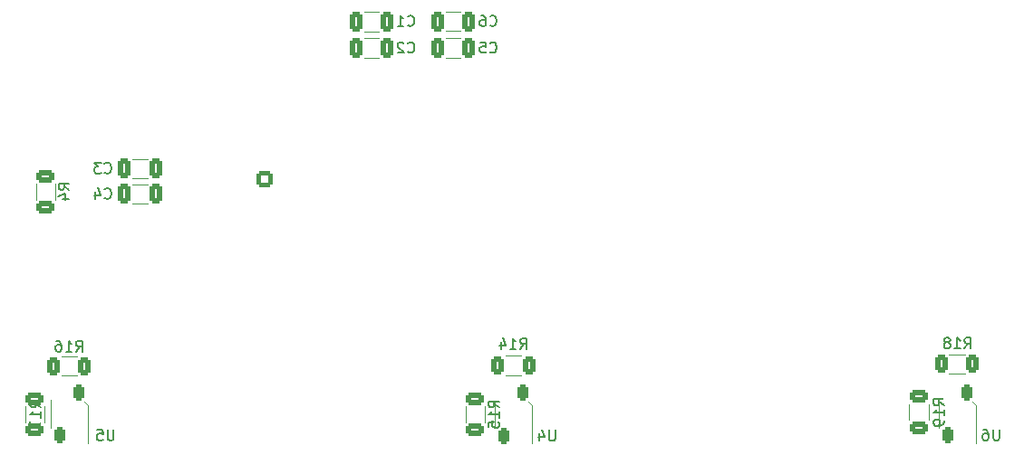
<source format=gbo>
G04 #@! TF.GenerationSoftware,KiCad,Pcbnew,7.0.8*
G04 #@! TF.CreationDate,2023-10-29T22:23:11+01:00*
G04 #@! TF.ProjectId,sumec,73756d65-632e-46b6-9963-61645f706362,rev?*
G04 #@! TF.SameCoordinates,Original*
G04 #@! TF.FileFunction,Legend,Bot*
G04 #@! TF.FilePolarity,Positive*
%FSLAX46Y46*%
G04 Gerber Fmt 4.6, Leading zero omitted, Abs format (unit mm)*
G04 Created by KiCad (PCBNEW 7.0.8) date 2023-10-29 22:23:11*
%MOMM*%
%LPD*%
G01*
G04 APERTURE LIST*
G04 Aperture macros list*
%AMRoundRect*
0 Rectangle with rounded corners*
0 $1 Rounding radius*
0 $2 $3 $4 $5 $6 $7 $8 $9 X,Y pos of 4 corners*
0 Add a 4 corners polygon primitive as box body*
4,1,4,$2,$3,$4,$5,$6,$7,$8,$9,$2,$3,0*
0 Add four circle primitives for the rounded corners*
1,1,$1+$1,$2,$3*
1,1,$1+$1,$4,$5*
1,1,$1+$1,$6,$7*
1,1,$1+$1,$8,$9*
0 Add four rect primitives between the rounded corners*
20,1,$1+$1,$2,$3,$4,$5,0*
20,1,$1+$1,$4,$5,$6,$7,0*
20,1,$1+$1,$6,$7,$8,$9,0*
20,1,$1+$1,$8,$9,$2,$3,0*%
G04 Aperture macros list end*
%ADD10C,0.150000*%
%ADD11C,0.120000*%
%ADD12C,5.700000*%
%ADD13RoundRect,0.250000X-0.550000X-0.550000X0.550000X-0.550000X0.550000X0.550000X-0.550000X0.550000X0*%
%ADD14R,3.800000X3.800000*%
%ADD15C,3.800000*%
%ADD16R,1.700000X1.700000*%
%ADD17O,1.700000X1.700000*%
%ADD18C,0.600000*%
%ADD19O,2.204000X1.104000*%
%ADD20O,1.904000X1.104000*%
%ADD21RoundRect,0.250000X-0.625000X0.312500X-0.625000X-0.312500X0.625000X-0.312500X0.625000X0.312500X0*%
%ADD22RoundRect,0.250000X0.312500X0.625000X-0.312500X0.625000X-0.312500X-0.625000X0.312500X-0.625000X0*%
%ADD23RoundRect,0.250000X-0.325000X-0.650000X0.325000X-0.650000X0.325000X0.650000X-0.325000X0.650000X0*%
%ADD24RoundRect,0.275000X0.275000X0.525000X-0.275000X0.525000X-0.275000X-0.525000X0.275000X-0.525000X0*%
%ADD25O,1.100000X1.600000*%
%ADD26RoundRect,0.250000X0.625000X-0.312500X0.625000X0.312500X-0.625000X0.312500X-0.625000X-0.312500X0*%
G04 APERTURE END LIST*
D10*
X236852619Y-96689942D02*
X236376428Y-96356609D01*
X236852619Y-96118514D02*
X235852619Y-96118514D01*
X235852619Y-96118514D02*
X235852619Y-96499466D01*
X235852619Y-96499466D02*
X235900238Y-96594704D01*
X235900238Y-96594704D02*
X235947857Y-96642323D01*
X235947857Y-96642323D02*
X236043095Y-96689942D01*
X236043095Y-96689942D02*
X236185952Y-96689942D01*
X236185952Y-96689942D02*
X236281190Y-96642323D01*
X236281190Y-96642323D02*
X236328809Y-96594704D01*
X236328809Y-96594704D02*
X236376428Y-96499466D01*
X236376428Y-96499466D02*
X236376428Y-96118514D01*
X236852619Y-97642323D02*
X236852619Y-97070895D01*
X236852619Y-97356609D02*
X235852619Y-97356609D01*
X235852619Y-97356609D02*
X235995476Y-97261371D01*
X235995476Y-97261371D02*
X236090714Y-97166133D01*
X236090714Y-97166133D02*
X236138333Y-97070895D01*
X236852619Y-98118514D02*
X236852619Y-98308990D01*
X236852619Y-98308990D02*
X236805000Y-98404228D01*
X236805000Y-98404228D02*
X236757380Y-98451847D01*
X236757380Y-98451847D02*
X236614523Y-98547085D01*
X236614523Y-98547085D02*
X236424047Y-98594704D01*
X236424047Y-98594704D02*
X236043095Y-98594704D01*
X236043095Y-98594704D02*
X235947857Y-98547085D01*
X235947857Y-98547085D02*
X235900238Y-98499466D01*
X235900238Y-98499466D02*
X235852619Y-98404228D01*
X235852619Y-98404228D02*
X235852619Y-98213752D01*
X235852619Y-98213752D02*
X235900238Y-98118514D01*
X235900238Y-98118514D02*
X235947857Y-98070895D01*
X235947857Y-98070895D02*
X236043095Y-98023276D01*
X236043095Y-98023276D02*
X236281190Y-98023276D01*
X236281190Y-98023276D02*
X236376428Y-98070895D01*
X236376428Y-98070895D02*
X236424047Y-98118514D01*
X236424047Y-98118514D02*
X236471666Y-98213752D01*
X236471666Y-98213752D02*
X236471666Y-98404228D01*
X236471666Y-98404228D02*
X236424047Y-98499466D01*
X236424047Y-98499466D02*
X236376428Y-98547085D01*
X236376428Y-98547085D02*
X236281190Y-98594704D01*
X238757157Y-91361419D02*
X239090490Y-90885228D01*
X239328585Y-91361419D02*
X239328585Y-90361419D01*
X239328585Y-90361419D02*
X238947633Y-90361419D01*
X238947633Y-90361419D02*
X238852395Y-90409038D01*
X238852395Y-90409038D02*
X238804776Y-90456657D01*
X238804776Y-90456657D02*
X238757157Y-90551895D01*
X238757157Y-90551895D02*
X238757157Y-90694752D01*
X238757157Y-90694752D02*
X238804776Y-90789990D01*
X238804776Y-90789990D02*
X238852395Y-90837609D01*
X238852395Y-90837609D02*
X238947633Y-90885228D01*
X238947633Y-90885228D02*
X239328585Y-90885228D01*
X237804776Y-91361419D02*
X238376204Y-91361419D01*
X238090490Y-91361419D02*
X238090490Y-90361419D01*
X238090490Y-90361419D02*
X238185728Y-90504276D01*
X238185728Y-90504276D02*
X238280966Y-90599514D01*
X238280966Y-90599514D02*
X238376204Y-90647133D01*
X237233347Y-90789990D02*
X237328585Y-90742371D01*
X237328585Y-90742371D02*
X237376204Y-90694752D01*
X237376204Y-90694752D02*
X237423823Y-90599514D01*
X237423823Y-90599514D02*
X237423823Y-90551895D01*
X237423823Y-90551895D02*
X237376204Y-90456657D01*
X237376204Y-90456657D02*
X237328585Y-90409038D01*
X237328585Y-90409038D02*
X237233347Y-90361419D01*
X237233347Y-90361419D02*
X237042871Y-90361419D01*
X237042871Y-90361419D02*
X236947633Y-90409038D01*
X236947633Y-90409038D02*
X236900014Y-90456657D01*
X236900014Y-90456657D02*
X236852395Y-90551895D01*
X236852395Y-90551895D02*
X236852395Y-90599514D01*
X236852395Y-90599514D02*
X236900014Y-90694752D01*
X236900014Y-90694752D02*
X236947633Y-90742371D01*
X236947633Y-90742371D02*
X237042871Y-90789990D01*
X237042871Y-90789990D02*
X237233347Y-90789990D01*
X237233347Y-90789990D02*
X237328585Y-90837609D01*
X237328585Y-90837609D02*
X237376204Y-90885228D01*
X237376204Y-90885228D02*
X237423823Y-90980466D01*
X237423823Y-90980466D02*
X237423823Y-91170942D01*
X237423823Y-91170942D02*
X237376204Y-91266180D01*
X237376204Y-91266180D02*
X237328585Y-91313800D01*
X237328585Y-91313800D02*
X237233347Y-91361419D01*
X237233347Y-91361419D02*
X237042871Y-91361419D01*
X237042871Y-91361419D02*
X236947633Y-91313800D01*
X236947633Y-91313800D02*
X236900014Y-91266180D01*
X236900014Y-91266180D02*
X236852395Y-91170942D01*
X236852395Y-91170942D02*
X236852395Y-90980466D01*
X236852395Y-90980466D02*
X236900014Y-90885228D01*
X236900014Y-90885228D02*
X236947633Y-90837609D01*
X236947633Y-90837609D02*
X237042871Y-90789990D01*
X194416666Y-61116380D02*
X194464285Y-61164000D01*
X194464285Y-61164000D02*
X194607142Y-61211619D01*
X194607142Y-61211619D02*
X194702380Y-61211619D01*
X194702380Y-61211619D02*
X194845237Y-61164000D01*
X194845237Y-61164000D02*
X194940475Y-61068761D01*
X194940475Y-61068761D02*
X194988094Y-60973523D01*
X194988094Y-60973523D02*
X195035713Y-60783047D01*
X195035713Y-60783047D02*
X195035713Y-60640190D01*
X195035713Y-60640190D02*
X194988094Y-60449714D01*
X194988094Y-60449714D02*
X194940475Y-60354476D01*
X194940475Y-60354476D02*
X194845237Y-60259238D01*
X194845237Y-60259238D02*
X194702380Y-60211619D01*
X194702380Y-60211619D02*
X194607142Y-60211619D01*
X194607142Y-60211619D02*
X194464285Y-60259238D01*
X194464285Y-60259238D02*
X194416666Y-60306857D01*
X193559523Y-60211619D02*
X193749999Y-60211619D01*
X193749999Y-60211619D02*
X193845237Y-60259238D01*
X193845237Y-60259238D02*
X193892856Y-60306857D01*
X193892856Y-60306857D02*
X193988094Y-60449714D01*
X193988094Y-60449714D02*
X194035713Y-60640190D01*
X194035713Y-60640190D02*
X194035713Y-61021142D01*
X194035713Y-61021142D02*
X193988094Y-61116380D01*
X193988094Y-61116380D02*
X193940475Y-61164000D01*
X193940475Y-61164000D02*
X193845237Y-61211619D01*
X193845237Y-61211619D02*
X193654761Y-61211619D01*
X193654761Y-61211619D02*
X193559523Y-61164000D01*
X193559523Y-61164000D02*
X193511904Y-61116380D01*
X193511904Y-61116380D02*
X193464285Y-61021142D01*
X193464285Y-61021142D02*
X193464285Y-60783047D01*
X193464285Y-60783047D02*
X193511904Y-60687809D01*
X193511904Y-60687809D02*
X193559523Y-60640190D01*
X193559523Y-60640190D02*
X193654761Y-60592571D01*
X193654761Y-60592571D02*
X193845237Y-60592571D01*
X193845237Y-60592571D02*
X193940475Y-60640190D01*
X193940475Y-60640190D02*
X193988094Y-60687809D01*
X193988094Y-60687809D02*
X194035713Y-60783047D01*
X200511904Y-98990819D02*
X200511904Y-99800342D01*
X200511904Y-99800342D02*
X200464285Y-99895580D01*
X200464285Y-99895580D02*
X200416666Y-99943200D01*
X200416666Y-99943200D02*
X200321428Y-99990819D01*
X200321428Y-99990819D02*
X200130952Y-99990819D01*
X200130952Y-99990819D02*
X200035714Y-99943200D01*
X200035714Y-99943200D02*
X199988095Y-99895580D01*
X199988095Y-99895580D02*
X199940476Y-99800342D01*
X199940476Y-99800342D02*
X199940476Y-98990819D01*
X199035714Y-99324152D02*
X199035714Y-99990819D01*
X199273809Y-98943200D02*
X199511904Y-99657485D01*
X199511904Y-99657485D02*
X198892857Y-99657485D01*
X159261904Y-98954819D02*
X159261904Y-99764342D01*
X159261904Y-99764342D02*
X159214285Y-99859580D01*
X159214285Y-99859580D02*
X159166666Y-99907200D01*
X159166666Y-99907200D02*
X159071428Y-99954819D01*
X159071428Y-99954819D02*
X158880952Y-99954819D01*
X158880952Y-99954819D02*
X158785714Y-99907200D01*
X158785714Y-99907200D02*
X158738095Y-99859580D01*
X158738095Y-99859580D02*
X158690476Y-99764342D01*
X158690476Y-99764342D02*
X158690476Y-98954819D01*
X157738095Y-98954819D02*
X158214285Y-98954819D01*
X158214285Y-98954819D02*
X158261904Y-99431009D01*
X158261904Y-99431009D02*
X158214285Y-99383390D01*
X158214285Y-99383390D02*
X158119047Y-99335771D01*
X158119047Y-99335771D02*
X157880952Y-99335771D01*
X157880952Y-99335771D02*
X157785714Y-99383390D01*
X157785714Y-99383390D02*
X157738095Y-99431009D01*
X157738095Y-99431009D02*
X157690476Y-99526247D01*
X157690476Y-99526247D02*
X157690476Y-99764342D01*
X157690476Y-99764342D02*
X157738095Y-99859580D01*
X157738095Y-99859580D02*
X157785714Y-99907200D01*
X157785714Y-99907200D02*
X157880952Y-99954819D01*
X157880952Y-99954819D02*
X158119047Y-99954819D01*
X158119047Y-99954819D02*
X158214285Y-99907200D01*
X158214285Y-99907200D02*
X158261904Y-99859580D01*
X186741666Y-61101980D02*
X186789285Y-61149600D01*
X186789285Y-61149600D02*
X186932142Y-61197219D01*
X186932142Y-61197219D02*
X187027380Y-61197219D01*
X187027380Y-61197219D02*
X187170237Y-61149600D01*
X187170237Y-61149600D02*
X187265475Y-61054361D01*
X187265475Y-61054361D02*
X187313094Y-60959123D01*
X187313094Y-60959123D02*
X187360713Y-60768647D01*
X187360713Y-60768647D02*
X187360713Y-60625790D01*
X187360713Y-60625790D02*
X187313094Y-60435314D01*
X187313094Y-60435314D02*
X187265475Y-60340076D01*
X187265475Y-60340076D02*
X187170237Y-60244838D01*
X187170237Y-60244838D02*
X187027380Y-60197219D01*
X187027380Y-60197219D02*
X186932142Y-60197219D01*
X186932142Y-60197219D02*
X186789285Y-60244838D01*
X186789285Y-60244838D02*
X186741666Y-60292457D01*
X185789285Y-61197219D02*
X186360713Y-61197219D01*
X186074999Y-61197219D02*
X186074999Y-60197219D01*
X186074999Y-60197219D02*
X186170237Y-60340076D01*
X186170237Y-60340076D02*
X186265475Y-60435314D01*
X186265475Y-60435314D02*
X186360713Y-60482933D01*
X155735257Y-91649619D02*
X156068590Y-91173428D01*
X156306685Y-91649619D02*
X156306685Y-90649619D01*
X156306685Y-90649619D02*
X155925733Y-90649619D01*
X155925733Y-90649619D02*
X155830495Y-90697238D01*
X155830495Y-90697238D02*
X155782876Y-90744857D01*
X155782876Y-90744857D02*
X155735257Y-90840095D01*
X155735257Y-90840095D02*
X155735257Y-90982952D01*
X155735257Y-90982952D02*
X155782876Y-91078190D01*
X155782876Y-91078190D02*
X155830495Y-91125809D01*
X155830495Y-91125809D02*
X155925733Y-91173428D01*
X155925733Y-91173428D02*
X156306685Y-91173428D01*
X154782876Y-91649619D02*
X155354304Y-91649619D01*
X155068590Y-91649619D02*
X155068590Y-90649619D01*
X155068590Y-90649619D02*
X155163828Y-90792476D01*
X155163828Y-90792476D02*
X155259066Y-90887714D01*
X155259066Y-90887714D02*
X155354304Y-90935333D01*
X153925733Y-90649619D02*
X154116209Y-90649619D01*
X154116209Y-90649619D02*
X154211447Y-90697238D01*
X154211447Y-90697238D02*
X154259066Y-90744857D01*
X154259066Y-90744857D02*
X154354304Y-90887714D01*
X154354304Y-90887714D02*
X154401923Y-91078190D01*
X154401923Y-91078190D02*
X154401923Y-91459142D01*
X154401923Y-91459142D02*
X154354304Y-91554380D01*
X154354304Y-91554380D02*
X154306685Y-91602000D01*
X154306685Y-91602000D02*
X154211447Y-91649619D01*
X154211447Y-91649619D02*
X154020971Y-91649619D01*
X154020971Y-91649619D02*
X153925733Y-91602000D01*
X153925733Y-91602000D02*
X153878114Y-91554380D01*
X153878114Y-91554380D02*
X153830495Y-91459142D01*
X153830495Y-91459142D02*
X153830495Y-91221047D01*
X153830495Y-91221047D02*
X153878114Y-91125809D01*
X153878114Y-91125809D02*
X153925733Y-91078190D01*
X153925733Y-91078190D02*
X154020971Y-91030571D01*
X154020971Y-91030571D02*
X154211447Y-91030571D01*
X154211447Y-91030571D02*
X154306685Y-91078190D01*
X154306685Y-91078190D02*
X154354304Y-91125809D01*
X154354304Y-91125809D02*
X154401923Y-91221047D01*
X197238857Y-91418819D02*
X197572190Y-90942628D01*
X197810285Y-91418819D02*
X197810285Y-90418819D01*
X197810285Y-90418819D02*
X197429333Y-90418819D01*
X197429333Y-90418819D02*
X197334095Y-90466438D01*
X197334095Y-90466438D02*
X197286476Y-90514057D01*
X197286476Y-90514057D02*
X197238857Y-90609295D01*
X197238857Y-90609295D02*
X197238857Y-90752152D01*
X197238857Y-90752152D02*
X197286476Y-90847390D01*
X197286476Y-90847390D02*
X197334095Y-90895009D01*
X197334095Y-90895009D02*
X197429333Y-90942628D01*
X197429333Y-90942628D02*
X197810285Y-90942628D01*
X196286476Y-91418819D02*
X196857904Y-91418819D01*
X196572190Y-91418819D02*
X196572190Y-90418819D01*
X196572190Y-90418819D02*
X196667428Y-90561676D01*
X196667428Y-90561676D02*
X196762666Y-90656914D01*
X196762666Y-90656914D02*
X196857904Y-90704533D01*
X195429333Y-90752152D02*
X195429333Y-91418819D01*
X195667428Y-90371200D02*
X195905523Y-91085485D01*
X195905523Y-91085485D02*
X195286476Y-91085485D01*
X152473819Y-96893142D02*
X151997628Y-96559809D01*
X152473819Y-96321714D02*
X151473819Y-96321714D01*
X151473819Y-96321714D02*
X151473819Y-96702666D01*
X151473819Y-96702666D02*
X151521438Y-96797904D01*
X151521438Y-96797904D02*
X151569057Y-96845523D01*
X151569057Y-96845523D02*
X151664295Y-96893142D01*
X151664295Y-96893142D02*
X151807152Y-96893142D01*
X151807152Y-96893142D02*
X151902390Y-96845523D01*
X151902390Y-96845523D02*
X151950009Y-96797904D01*
X151950009Y-96797904D02*
X151997628Y-96702666D01*
X151997628Y-96702666D02*
X151997628Y-96321714D01*
X152473819Y-97845523D02*
X152473819Y-97274095D01*
X152473819Y-97559809D02*
X151473819Y-97559809D01*
X151473819Y-97559809D02*
X151616676Y-97464571D01*
X151616676Y-97464571D02*
X151711914Y-97369333D01*
X151711914Y-97369333D02*
X151759533Y-97274095D01*
X151473819Y-98178857D02*
X151473819Y-98845523D01*
X151473819Y-98845523D02*
X152473819Y-98416952D01*
X158416666Y-77270780D02*
X158464285Y-77318400D01*
X158464285Y-77318400D02*
X158607142Y-77366019D01*
X158607142Y-77366019D02*
X158702380Y-77366019D01*
X158702380Y-77366019D02*
X158845237Y-77318400D01*
X158845237Y-77318400D02*
X158940475Y-77223161D01*
X158940475Y-77223161D02*
X158988094Y-77127923D01*
X158988094Y-77127923D02*
X159035713Y-76937447D01*
X159035713Y-76937447D02*
X159035713Y-76794590D01*
X159035713Y-76794590D02*
X158988094Y-76604114D01*
X158988094Y-76604114D02*
X158940475Y-76508876D01*
X158940475Y-76508876D02*
X158845237Y-76413638D01*
X158845237Y-76413638D02*
X158702380Y-76366019D01*
X158702380Y-76366019D02*
X158607142Y-76366019D01*
X158607142Y-76366019D02*
X158464285Y-76413638D01*
X158464285Y-76413638D02*
X158416666Y-76461257D01*
X157559523Y-76699352D02*
X157559523Y-77366019D01*
X157797618Y-76318400D02*
X158035713Y-77032685D01*
X158035713Y-77032685D02*
X157416666Y-77032685D01*
X195272819Y-96893142D02*
X194796628Y-96559809D01*
X195272819Y-96321714D02*
X194272819Y-96321714D01*
X194272819Y-96321714D02*
X194272819Y-96702666D01*
X194272819Y-96702666D02*
X194320438Y-96797904D01*
X194320438Y-96797904D02*
X194368057Y-96845523D01*
X194368057Y-96845523D02*
X194463295Y-96893142D01*
X194463295Y-96893142D02*
X194606152Y-96893142D01*
X194606152Y-96893142D02*
X194701390Y-96845523D01*
X194701390Y-96845523D02*
X194749009Y-96797904D01*
X194749009Y-96797904D02*
X194796628Y-96702666D01*
X194796628Y-96702666D02*
X194796628Y-96321714D01*
X195272819Y-97845523D02*
X195272819Y-97274095D01*
X195272819Y-97559809D02*
X194272819Y-97559809D01*
X194272819Y-97559809D02*
X194415676Y-97464571D01*
X194415676Y-97464571D02*
X194510914Y-97369333D01*
X194510914Y-97369333D02*
X194558533Y-97274095D01*
X194272819Y-98750285D02*
X194272819Y-98274095D01*
X194272819Y-98274095D02*
X194749009Y-98226476D01*
X194749009Y-98226476D02*
X194701390Y-98274095D01*
X194701390Y-98274095D02*
X194653771Y-98369333D01*
X194653771Y-98369333D02*
X194653771Y-98607428D01*
X194653771Y-98607428D02*
X194701390Y-98702666D01*
X194701390Y-98702666D02*
X194749009Y-98750285D01*
X194749009Y-98750285D02*
X194844247Y-98797904D01*
X194844247Y-98797904D02*
X195082342Y-98797904D01*
X195082342Y-98797904D02*
X195177580Y-98750285D01*
X195177580Y-98750285D02*
X195225200Y-98702666D01*
X195225200Y-98702666D02*
X195272819Y-98607428D01*
X195272819Y-98607428D02*
X195272819Y-98369333D01*
X195272819Y-98369333D02*
X195225200Y-98274095D01*
X195225200Y-98274095D02*
X195177580Y-98226476D01*
X186741666Y-63609580D02*
X186789285Y-63657200D01*
X186789285Y-63657200D02*
X186932142Y-63704819D01*
X186932142Y-63704819D02*
X187027380Y-63704819D01*
X187027380Y-63704819D02*
X187170237Y-63657200D01*
X187170237Y-63657200D02*
X187265475Y-63561961D01*
X187265475Y-63561961D02*
X187313094Y-63466723D01*
X187313094Y-63466723D02*
X187360713Y-63276247D01*
X187360713Y-63276247D02*
X187360713Y-63133390D01*
X187360713Y-63133390D02*
X187313094Y-62942914D01*
X187313094Y-62942914D02*
X187265475Y-62847676D01*
X187265475Y-62847676D02*
X187170237Y-62752438D01*
X187170237Y-62752438D02*
X187027380Y-62704819D01*
X187027380Y-62704819D02*
X186932142Y-62704819D01*
X186932142Y-62704819D02*
X186789285Y-62752438D01*
X186789285Y-62752438D02*
X186741666Y-62800057D01*
X186360713Y-62800057D02*
X186313094Y-62752438D01*
X186313094Y-62752438D02*
X186217856Y-62704819D01*
X186217856Y-62704819D02*
X185979761Y-62704819D01*
X185979761Y-62704819D02*
X185884523Y-62752438D01*
X185884523Y-62752438D02*
X185836904Y-62800057D01*
X185836904Y-62800057D02*
X185789285Y-62895295D01*
X185789285Y-62895295D02*
X185789285Y-62990533D01*
X185789285Y-62990533D02*
X185836904Y-63133390D01*
X185836904Y-63133390D02*
X186408332Y-63704819D01*
X186408332Y-63704819D02*
X185789285Y-63704819D01*
X158416666Y-74883180D02*
X158464285Y-74930800D01*
X158464285Y-74930800D02*
X158607142Y-74978419D01*
X158607142Y-74978419D02*
X158702380Y-74978419D01*
X158702380Y-74978419D02*
X158845237Y-74930800D01*
X158845237Y-74930800D02*
X158940475Y-74835561D01*
X158940475Y-74835561D02*
X158988094Y-74740323D01*
X158988094Y-74740323D02*
X159035713Y-74549847D01*
X159035713Y-74549847D02*
X159035713Y-74406990D01*
X159035713Y-74406990D02*
X158988094Y-74216514D01*
X158988094Y-74216514D02*
X158940475Y-74121276D01*
X158940475Y-74121276D02*
X158845237Y-74026038D01*
X158845237Y-74026038D02*
X158702380Y-73978419D01*
X158702380Y-73978419D02*
X158607142Y-73978419D01*
X158607142Y-73978419D02*
X158464285Y-74026038D01*
X158464285Y-74026038D02*
X158416666Y-74073657D01*
X158083332Y-73978419D02*
X157464285Y-73978419D01*
X157464285Y-73978419D02*
X157797618Y-74359371D01*
X157797618Y-74359371D02*
X157654761Y-74359371D01*
X157654761Y-74359371D02*
X157559523Y-74406990D01*
X157559523Y-74406990D02*
X157511904Y-74454609D01*
X157511904Y-74454609D02*
X157464285Y-74549847D01*
X157464285Y-74549847D02*
X157464285Y-74787942D01*
X157464285Y-74787942D02*
X157511904Y-74883180D01*
X157511904Y-74883180D02*
X157559523Y-74930800D01*
X157559523Y-74930800D02*
X157654761Y-74978419D01*
X157654761Y-74978419D02*
X157940475Y-74978419D01*
X157940475Y-74978419D02*
X158035713Y-74930800D01*
X158035713Y-74930800D02*
X158083332Y-74883180D01*
X242011904Y-98954819D02*
X242011904Y-99764342D01*
X242011904Y-99764342D02*
X241964285Y-99859580D01*
X241964285Y-99859580D02*
X241916666Y-99907200D01*
X241916666Y-99907200D02*
X241821428Y-99954819D01*
X241821428Y-99954819D02*
X241630952Y-99954819D01*
X241630952Y-99954819D02*
X241535714Y-99907200D01*
X241535714Y-99907200D02*
X241488095Y-99859580D01*
X241488095Y-99859580D02*
X241440476Y-99764342D01*
X241440476Y-99764342D02*
X241440476Y-98954819D01*
X240535714Y-98954819D02*
X240726190Y-98954819D01*
X240726190Y-98954819D02*
X240821428Y-99002438D01*
X240821428Y-99002438D02*
X240869047Y-99050057D01*
X240869047Y-99050057D02*
X240964285Y-99192914D01*
X240964285Y-99192914D02*
X241011904Y-99383390D01*
X241011904Y-99383390D02*
X241011904Y-99764342D01*
X241011904Y-99764342D02*
X240964285Y-99859580D01*
X240964285Y-99859580D02*
X240916666Y-99907200D01*
X240916666Y-99907200D02*
X240821428Y-99954819D01*
X240821428Y-99954819D02*
X240630952Y-99954819D01*
X240630952Y-99954819D02*
X240535714Y-99907200D01*
X240535714Y-99907200D02*
X240488095Y-99859580D01*
X240488095Y-99859580D02*
X240440476Y-99764342D01*
X240440476Y-99764342D02*
X240440476Y-99526247D01*
X240440476Y-99526247D02*
X240488095Y-99431009D01*
X240488095Y-99431009D02*
X240535714Y-99383390D01*
X240535714Y-99383390D02*
X240630952Y-99335771D01*
X240630952Y-99335771D02*
X240821428Y-99335771D01*
X240821428Y-99335771D02*
X240916666Y-99383390D01*
X240916666Y-99383390D02*
X240964285Y-99431009D01*
X240964285Y-99431009D02*
X241011904Y-99526247D01*
X155112819Y-76503833D02*
X154636628Y-76170500D01*
X155112819Y-75932405D02*
X154112819Y-75932405D01*
X154112819Y-75932405D02*
X154112819Y-76313357D01*
X154112819Y-76313357D02*
X154160438Y-76408595D01*
X154160438Y-76408595D02*
X154208057Y-76456214D01*
X154208057Y-76456214D02*
X154303295Y-76503833D01*
X154303295Y-76503833D02*
X154446152Y-76503833D01*
X154446152Y-76503833D02*
X154541390Y-76456214D01*
X154541390Y-76456214D02*
X154589009Y-76408595D01*
X154589009Y-76408595D02*
X154636628Y-76313357D01*
X154636628Y-76313357D02*
X154636628Y-75932405D01*
X154446152Y-77360976D02*
X155112819Y-77360976D01*
X154065200Y-77122881D02*
X154779485Y-76884786D01*
X154779485Y-76884786D02*
X154779485Y-77503833D01*
X194416666Y-63605580D02*
X194464285Y-63653200D01*
X194464285Y-63653200D02*
X194607142Y-63700819D01*
X194607142Y-63700819D02*
X194702380Y-63700819D01*
X194702380Y-63700819D02*
X194845237Y-63653200D01*
X194845237Y-63653200D02*
X194940475Y-63557961D01*
X194940475Y-63557961D02*
X194988094Y-63462723D01*
X194988094Y-63462723D02*
X195035713Y-63272247D01*
X195035713Y-63272247D02*
X195035713Y-63129390D01*
X195035713Y-63129390D02*
X194988094Y-62938914D01*
X194988094Y-62938914D02*
X194940475Y-62843676D01*
X194940475Y-62843676D02*
X194845237Y-62748438D01*
X194845237Y-62748438D02*
X194702380Y-62700819D01*
X194702380Y-62700819D02*
X194607142Y-62700819D01*
X194607142Y-62700819D02*
X194464285Y-62748438D01*
X194464285Y-62748438D02*
X194416666Y-62796057D01*
X193511904Y-62700819D02*
X193988094Y-62700819D01*
X193988094Y-62700819D02*
X194035713Y-63177009D01*
X194035713Y-63177009D02*
X193988094Y-63129390D01*
X193988094Y-63129390D02*
X193892856Y-63081771D01*
X193892856Y-63081771D02*
X193654761Y-63081771D01*
X193654761Y-63081771D02*
X193559523Y-63129390D01*
X193559523Y-63129390D02*
X193511904Y-63177009D01*
X193511904Y-63177009D02*
X193464285Y-63272247D01*
X193464285Y-63272247D02*
X193464285Y-63510342D01*
X193464285Y-63510342D02*
X193511904Y-63605580D01*
X193511904Y-63605580D02*
X193559523Y-63653200D01*
X193559523Y-63653200D02*
X193654761Y-63700819D01*
X193654761Y-63700819D02*
X193892856Y-63700819D01*
X193892856Y-63700819D02*
X193988094Y-63653200D01*
X193988094Y-63653200D02*
X194035713Y-63605580D01*
D11*
X235402800Y-96605736D02*
X235402800Y-98059864D01*
X233582800Y-96605736D02*
X233582800Y-98059864D01*
X238775864Y-93721600D02*
X237321736Y-93721600D01*
X238775864Y-91901600D02*
X237321736Y-91901600D01*
X190263748Y-59846800D02*
X191686252Y-59846800D01*
X190263748Y-61666800D02*
X191686252Y-61666800D01*
X198320000Y-96686000D02*
X198320000Y-100266000D01*
X197990000Y-96356000D02*
X198320000Y-96686000D01*
X194880000Y-98836000D02*
X194880000Y-96236000D01*
X156820000Y-96650000D02*
X156820000Y-100230000D01*
X156490000Y-96320000D02*
X156820000Y-96650000D01*
X153380000Y-98800000D02*
X153380000Y-96200000D01*
X182638748Y-59890000D02*
X184061252Y-59890000D01*
X182638748Y-61710000D02*
X184061252Y-61710000D01*
X155819464Y-93924800D02*
X154365336Y-93924800D01*
X155819464Y-92104800D02*
X154365336Y-92104800D01*
X197323064Y-93874000D02*
X195868936Y-93874000D01*
X197323064Y-92054000D02*
X195868936Y-92054000D01*
X152802000Y-96808936D02*
X152802000Y-98263064D01*
X150982000Y-96808936D02*
X150982000Y-98263064D01*
X161013748Y-76001200D02*
X162436252Y-76001200D01*
X161013748Y-77821200D02*
X162436252Y-77821200D01*
X193950000Y-96808936D02*
X193950000Y-98263064D01*
X192130000Y-96808936D02*
X192130000Y-98263064D01*
X182638748Y-62340000D02*
X184061252Y-62340000D01*
X182638748Y-64160000D02*
X184061252Y-64160000D01*
X161013748Y-73613600D02*
X162436252Y-73613600D01*
X161013748Y-75433600D02*
X162436252Y-75433600D01*
X239820000Y-96650000D02*
X239820000Y-100230000D01*
X239490000Y-96320000D02*
X239820000Y-96650000D01*
X236380000Y-98800000D02*
X236380000Y-96200000D01*
X151998000Y-77435064D02*
X151998000Y-75980936D01*
X153818000Y-77435064D02*
X153818000Y-75980936D01*
X190263748Y-62336000D02*
X191686252Y-62336000D01*
X190263748Y-64156000D02*
X191686252Y-64156000D01*
%LPC*%
D12*
X154500000Y-48250000D03*
X239000000Y-85750000D03*
X154500000Y-85750000D03*
X239000000Y-48250000D03*
D13*
X173350000Y-75550000D03*
D14*
X239014000Y-77201400D03*
D15*
X239014000Y-72201400D03*
D16*
X200800000Y-48250000D03*
D17*
X198260000Y-48250000D03*
X195720000Y-48250000D03*
X193180000Y-48250000D03*
D16*
X187590000Y-52250000D03*
D17*
X185050000Y-52250000D03*
X182510000Y-52250000D03*
D16*
X232537000Y-74701400D03*
D17*
X232537000Y-72161400D03*
D16*
X187575000Y-48325000D03*
D17*
X185035000Y-48325000D03*
X182495000Y-48325000D03*
D18*
X156588000Y-73818000D03*
X156588000Y-79598000D03*
D19*
X157078000Y-72383000D03*
X157078000Y-81033000D03*
D20*
X152908000Y-72383000D03*
X152908000Y-81033000D03*
D21*
X234492800Y-95870300D03*
X234492800Y-98795300D03*
D22*
X239511300Y-92811600D03*
X236586300Y-92811600D03*
D23*
X189500000Y-60756800D03*
X192450000Y-60756800D03*
D24*
X197500000Y-95536000D03*
D25*
X197500000Y-99536000D03*
D24*
X195700000Y-99536000D03*
D25*
X195700000Y-95536000D03*
D24*
X156000000Y-95500000D03*
D25*
X156000000Y-99500000D03*
D24*
X154200000Y-99500000D03*
D25*
X154200000Y-95500000D03*
D23*
X181875000Y-60800000D03*
X184825000Y-60800000D03*
D22*
X156554900Y-93014800D03*
X153629900Y-93014800D03*
X198058500Y-92964000D03*
X195133500Y-92964000D03*
D21*
X151892000Y-96073500D03*
X151892000Y-98998500D03*
D23*
X160250000Y-76911200D03*
X163200000Y-76911200D03*
D21*
X193040000Y-96073500D03*
X193040000Y-98998500D03*
D23*
X181875000Y-63250000D03*
X184825000Y-63250000D03*
X160250000Y-74523600D03*
X163200000Y-74523600D03*
D24*
X239000000Y-95500000D03*
D25*
X239000000Y-99500000D03*
D24*
X237200000Y-99500000D03*
D25*
X237200000Y-95500000D03*
D26*
X152908000Y-78170500D03*
X152908000Y-75245500D03*
D23*
X189500000Y-63246000D03*
X192450000Y-63246000D03*
%LPD*%
M02*

</source>
